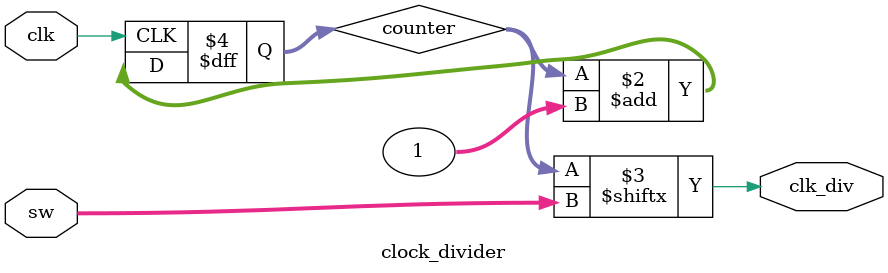
<source format=v>
`timescale 1ns / 1ps


module clock_divider(
    input clk,                  // 100 MHz
    input [4:0] sw,            // SW[4:0]
    output clk_div              // selected bit
    );
    
    reg [31:0] counter ;

    always @(posedge clk)
        counter <= counter + 1;

    assign clk_div = counter[sw];  // Select 1 of 32 bits
    
endmodule

</source>
